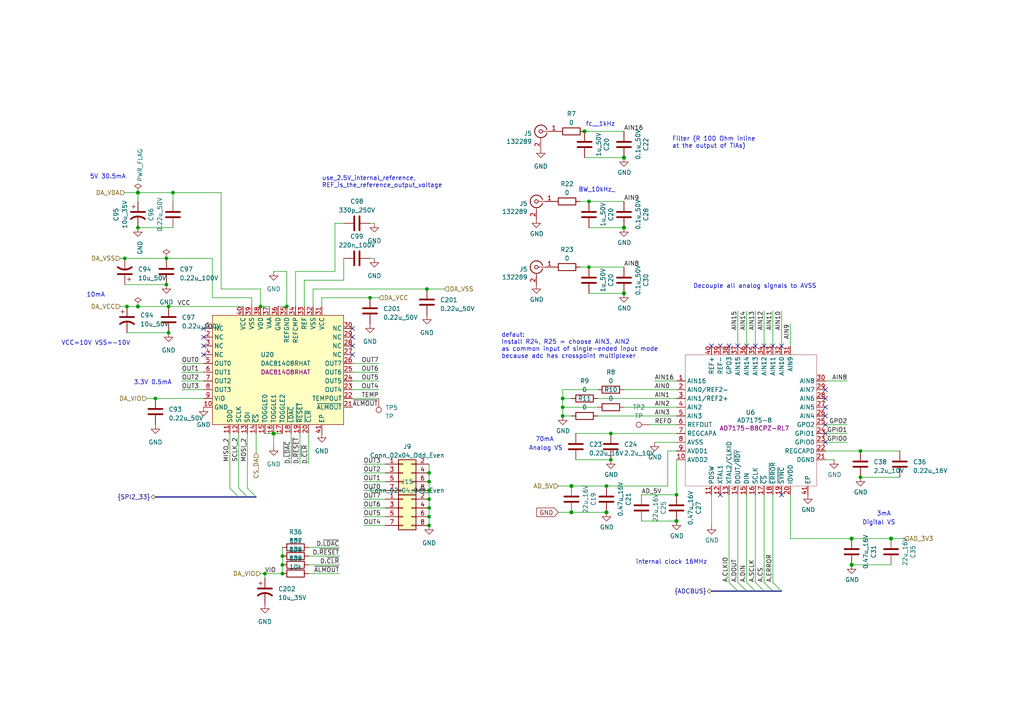
<source format=kicad_sch>
(kicad_sch (version 20230121) (generator eeschema)
  (paper "A4")
  (junction (at 36.83 88.9))
  (junction (at 75.565 88.9))
  (junction (at 258.445 156.21) (diameter 1.016))
  (junction (at 124.46 147.32))
  (junction (at 175.895 140.97))
  (junction (at 247.015 163.83) (diameter 1.016))
  (junction (at 165.735 148.59) (diameter 1.016))
  (junction (at 124.46 149.86))
  (junction (at 124.46 139.7))
  (junction (at 165.735 140.97) (diameter 1.016))
  (junction (at 45.085 115.57))
  (junction (at 196.215 151.13) (diameter 1.016))
  (junction (at 40.005 88.9) (diameter 1.016))
  (junction (at 177.165 133.35))
  (junction (at 76.835 166.37))
  (junction (at 180.975 85.09) (diameter 1.016))
  (junction (at 163.195 115.57))
  (junction (at 249.555 130.81))
  (junction (at 81.915 166.37))
  (junction (at 124.46 152.4))
  (junction (at 36.195 74.93))
  (junction (at 196.215 143.51))
  (junction (at 50.165 55.88))
  (junction (at 79.375 125.73) (diameter 1.016))
  (junction (at 249.555 138.43))
  (junction (at 124.46 137.16))
  (junction (at 180.975 45.72) (diameter 1.016))
  (junction (at 180.975 66.04) (diameter 1.016))
  (junction (at 81.915 163.83))
  (junction (at 48.26 74.93))
  (junction (at 48.26 82.55))
  (junction (at 48.895 96.52))
  (junction (at 170.815 58.42))
  (junction (at 175.895 148.59) (diameter 1.016))
  (junction (at 177.165 125.73))
  (junction (at 123.825 83.82))
  (junction (at 48.895 88.9))
  (junction (at 163.195 118.11))
  (junction (at 40.005 55.88) (diameter 1.016))
  (junction (at 169.545 38.1) (diameter 1.016))
  (junction (at 107.315 86.36))
  (junction (at 170.815 77.47))
  (junction (at 40.005 66.04))
  (junction (at 163.195 120.65))
  (junction (at 83.185 88.9))
  (junction (at 124.46 144.78))
  (junction (at 124.46 142.24))
  (junction (at 247.015 156.21) (diameter 1.016))
  (junction (at 81.915 161.29))
  (no_connect (at 226.695 143.51))
  (no_connect (at 102.235 95.25))
  (no_connect (at 226.695 100.33))
  (no_connect (at 211.455 100.33))
  (no_connect (at 206.375 100.33))
  (no_connect (at 102.235 102.87))
  (no_connect (at 239.395 118.11))
  (no_connect (at 239.395 125.73))
  (no_connect (at 59.055 100.33))
  (no_connect (at 221.615 100.33))
  (no_connect (at 59.055 102.87))
  (no_connect (at 239.395 113.03))
  (no_connect (at 219.075 100.33))
  (no_connect (at 208.915 143.51))
  (no_connect (at 216.535 100.33))
  (no_connect (at 102.235 100.33))
  (no_connect (at 208.915 100.33))
  (no_connect (at 224.155 100.33))
  (no_connect (at 239.395 115.57))
  (no_connect (at 59.055 95.25))
  (no_connect (at 239.395 128.27))
  (no_connect (at 239.395 123.19))
  (no_connect (at 102.235 97.79))
  (no_connect (at 213.995 100.33))
  (no_connect (at 59.055 97.79))
  (no_connect (at 239.395 120.65))
  (bus_entry (at 69.215 141.605) (size 2.54 2.54) (stroke (width 0.1524)))
  (bus_entry (at 224.155 168.91) (size 2.54 2.54) (stroke (width 0.1524)))
  (bus_entry (at 211.455 168.91) (size 2.54 2.54) (stroke (width 0.1524)))
  (bus_entry (at 216.535 168.91) (size 2.54 2.54) (stroke (width 0.1524)))
  (bus_entry (at 71.755 141.605) (size 2.54 2.54) (stroke (width 0.1524)))
  (bus_entry (at 66.675 141.605) (size 2.54 2.54) (stroke (width 0.1524)))
  (bus_entry (at 221.615 168.91) (size 2.54 2.54) (stroke (width 0.1524)))
  (bus_entry (at 213.995 168.91) (size 2.54 2.54) (stroke (width 0.1524)))
  (bus_entry (at 219.075 168.91) (size 2.54 2.54) (stroke (width 0.1524)))
  (wire (pts (xy 64.135 83.82) (xy 75.565 83.82)))
  (wire (pts (xy 79.375 125.73) (xy 79.375 129.54)))
  (wire (pts (xy 221.615 90.17) (xy 221.615 100.33)))
  (wire (pts (xy 169.545 45.72) (xy 180.975 45.72)))
  (wire (pts (xy 165.735 115.57) (xy 163.195 115.57)))
  (wire (pts (xy 189.865 128.27) (xy 196.215 128.27)))
  (wire (pts (xy 219.075 143.51) (xy 219.075 168.91)))
  (wire (pts (xy 239.395 125.73) (xy 245.745 125.73)))
  (wire (pts (xy 61.595 86.36) (xy 61.595 74.93)))
  (wire (pts (xy 229.235 93.98) (xy 229.235 100.33)))
  (wire (pts (xy 167.005 133.35) (xy 177.165 133.35)))
  (wire (pts (xy 36.195 74.93) (xy 48.26 74.93)))
  (wire (pts (xy 173.355 120.65) (xy 196.215 120.65)))
  (wire (pts (xy 186.055 151.13) (xy 196.215 151.13)))
  (wire (pts (xy 81.915 161.29) (xy 81.915 158.75)))
  (wire (pts (xy 221.615 143.51) (xy 221.615 168.91)))
  (wire (pts (xy 81.915 163.83) (xy 81.915 161.29)))
  (bus (pts (xy 216.535 171.45) (xy 219.075 171.45)))
  (wire (pts (xy 84.455 125.73) (xy 84.455 134.62)))
  (wire (pts (xy 239.395 110.49) (xy 245.745 110.49)))
  (wire (pts (xy 66.675 125.73) (xy 66.675 141.605)))
  (wire (pts (xy 249.555 138.43) (xy 260.985 138.43)))
  (wire (pts (xy 239.395 133.35) (xy 241.935 133.35)))
  (wire (pts (xy 175.895 140.97) (xy 193.675 140.97)))
  (wire (pts (xy 170.815 58.42) (xy 180.975 58.42)))
  (wire (pts (xy 93.345 86.36) (xy 107.315 86.36)))
  (wire (pts (xy 124.46 147.32) (xy 124.46 149.86)))
  (wire (pts (xy 88.265 81.28) (xy 99.695 81.28)))
  (wire (pts (xy 180.975 118.11) (xy 196.215 118.11)))
  (wire (pts (xy 36.195 55.88) (xy 40.005 55.88)))
  (wire (pts (xy 173.355 115.57) (xy 196.215 115.57)))
  (wire (pts (xy 211.455 143.51) (xy 211.455 168.91)))
  (wire (pts (xy 52.705 110.49) (xy 59.055 110.49)))
  (wire (pts (xy 105.41 134.62) (xy 111.76 134.62)))
  (wire (pts (xy 161.925 148.59) (xy 165.735 148.59)))
  (wire (pts (xy 69.215 125.73) (xy 69.215 141.605)))
  (wire (pts (xy 105.41 147.32) (xy 111.76 147.32)))
  (wire (pts (xy 173.355 118.11) (xy 163.195 118.11)))
  (wire (pts (xy 189.865 110.49) (xy 196.215 110.49)))
  (wire (pts (xy 168.275 58.42) (xy 170.815 58.42)))
  (wire (pts (xy 163.195 115.57) (xy 163.195 118.11)))
  (wire (pts (xy 124.46 144.78) (xy 124.46 147.32)))
  (wire (pts (xy 102.235 110.49) (xy 109.855 110.49)))
  (wire (pts (xy 239.395 123.19) (xy 245.745 123.19)))
  (wire (pts (xy 75.565 166.37) (xy 76.835 166.37)))
  (wire (pts (xy 86.995 125.73) (xy 86.995 134.62)))
  (wire (pts (xy 105.41 149.86) (xy 111.76 149.86)))
  (wire (pts (xy 226.695 90.17) (xy 226.695 100.33)))
  (wire (pts (xy 36.83 88.9) (xy 40.005 88.9)))
  (wire (pts (xy 90.805 83.82) (xy 90.805 88.9)))
  (wire (pts (xy 48.895 88.9) (xy 70.485 88.9)))
  (wire (pts (xy 102.235 107.95) (xy 109.855 107.95)))
  (wire (pts (xy 258.445 156.21) (xy 262.255 156.21)))
  (wire (pts (xy 193.675 140.97) (xy 193.675 130.81)))
  (wire (pts (xy 89.535 125.73) (xy 89.535 134.62)))
  (wire (pts (xy 229.235 143.51) (xy 229.235 156.21)))
  (wire (pts (xy 36.195 82.55) (xy 48.26 82.55)))
  (wire (pts (xy 45.085 115.57) (xy 59.055 115.57)))
  (wire (pts (xy 213.995 90.17) (xy 213.995 100.33)))
  (bus (pts (xy 69.215 144.145) (xy 71.755 144.145)))
  (wire (pts (xy 229.235 156.21) (xy 247.015 156.21)))
  (wire (pts (xy 124.46 149.86) (xy 124.46 152.4)))
  (wire (pts (xy 50.165 55.88) (xy 64.135 55.88)))
  (bus (pts (xy 219.075 171.45) (xy 221.615 171.45)))
  (wire (pts (xy 161.925 140.97) (xy 165.735 140.97)))
  (bus (pts (xy 224.155 171.45) (xy 226.695 171.45)))
  (wire (pts (xy 81.915 166.37) (xy 81.915 163.83)))
  (bus (pts (xy 213.995 171.45) (xy 216.535 171.45)))
  (wire (pts (xy 40.005 66.04) (xy 50.165 66.04)))
  (wire (pts (xy 74.295 125.73) (xy 74.295 131.445)))
  (wire (pts (xy 88.265 88.9) (xy 88.265 81.28)))
  (wire (pts (xy 97.155 64.77) (xy 99.695 64.77)))
  (wire (pts (xy 73.025 88.9) (xy 73.025 86.36)))
  (wire (pts (xy 168.275 77.47) (xy 170.815 77.47)))
  (bus (pts (xy 71.755 144.145) (xy 74.295 144.145)))
  (wire (pts (xy 165.735 140.97) (xy 175.895 140.97)))
  (wire (pts (xy 239.395 128.27) (xy 245.745 128.27)))
  (wire (pts (xy 97.155 78.74) (xy 97.155 64.77)))
  (bus (pts (xy 221.615 171.45) (xy 224.155 171.45)))
  (wire (pts (xy 102.235 115.57) (xy 109.855 115.57)))
  (wire (pts (xy 177.165 125.73) (xy 196.215 125.73)))
  (wire (pts (xy 124.46 139.7) (xy 124.46 142.24)))
  (wire (pts (xy 79.375 125.73) (xy 81.915 125.73)))
  (wire (pts (xy 124.46 137.16) (xy 124.46 139.7)))
  (wire (pts (xy 167.005 125.73) (xy 177.165 125.73)))
  (wire (pts (xy 216.535 90.17) (xy 216.535 100.33)))
  (wire (pts (xy 85.725 78.74) (xy 97.155 78.74)))
  (wire (pts (xy 52.705 105.41) (xy 59.055 105.41)))
  (wire (pts (xy 34.925 74.93) (xy 36.195 74.93)))
  (wire (pts (xy 216.535 143.51) (xy 216.535 168.91)))
  (wire (pts (xy 102.235 105.41) (xy 109.855 105.41)))
  (wire (pts (xy 169.545 38.1) (xy 180.975 38.1)))
  (wire (pts (xy 105.41 137.16) (xy 111.76 137.16)))
  (wire (pts (xy 170.815 85.09) (xy 180.975 85.09)))
  (wire (pts (xy 247.015 156.21) (xy 258.445 156.21)))
  (bus (pts (xy 45.085 144.145) (xy 69.215 144.145)))
  (wire (pts (xy 163.195 118.11) (xy 163.195 120.65)))
  (wire (pts (xy 180.975 113.03) (xy 196.215 113.03)))
  (wire (pts (xy 48.26 74.93) (xy 61.595 74.93)))
  (wire (pts (xy 36.83 96.52) (xy 48.895 96.52)))
  (wire (pts (xy 102.235 113.03) (xy 109.855 113.03)))
  (wire (pts (xy 170.815 77.47) (xy 180.975 77.47)))
  (wire (pts (xy 42.545 115.57) (xy 45.085 115.57)))
  (wire (pts (xy 170.815 66.04) (xy 180.975 66.04)))
  (wire (pts (xy 188.595 123.19) (xy 196.215 123.19)))
  (wire (pts (xy 89.535 161.29) (xy 98.425 161.29)))
  (wire (pts (xy 224.155 143.51) (xy 224.155 168.91)))
  (wire (pts (xy 52.705 113.03) (xy 59.055 113.03)))
  (wire (pts (xy 163.195 113.03) (xy 163.195 115.57)))
  (wire (pts (xy 193.675 130.81) (xy 196.215 130.81)))
  (wire (pts (xy 40.005 58.42) (xy 40.005 55.88)))
  (wire (pts (xy 123.825 83.82) (xy 90.805 83.82)))
  (wire (pts (xy 196.215 133.35) (xy 196.215 143.51)))
  (wire (pts (xy 165.735 148.59) (xy 175.895 148.59)))
  (wire (pts (xy 128.905 83.82) (xy 123.825 83.82)))
  (wire (pts (xy 247.015 163.83) (xy 258.445 163.83)))
  (wire (pts (xy 165.735 120.65) (xy 163.195 120.65)))
  (wire (pts (xy 173.355 113.03) (xy 163.195 113.03)))
  (wire (pts (xy 89.535 163.83) (xy 98.425 163.83)))
  (wire (pts (xy 80.645 88.9) (xy 83.185 88.9)))
  (wire (pts (xy 76.835 166.37) (xy 76.835 167.64)))
  (bus (pts (xy 206.375 171.45) (xy 213.995 171.45)))
  (wire (pts (xy 52.705 107.95) (xy 59.055 107.95)))
  (wire (pts (xy 99.695 81.28) (xy 99.695 74.93)))
  (wire (pts (xy 239.395 130.81) (xy 249.555 130.81)))
  (wire (pts (xy 124.46 134.62) (xy 124.46 137.16)))
  (wire (pts (xy 206.375 143.51) (xy 206.375 152.4)))
  (wire (pts (xy 76.835 166.37) (xy 81.915 166.37)))
  (wire (pts (xy 73.025 86.36) (xy 61.595 86.36)))
  (wire (pts (xy 50.165 55.88) (xy 50.165 58.42)))
  (wire (pts (xy 186.055 143.51) (xy 196.215 143.51)))
  (wire (pts (xy 40.005 55.88) (xy 50.165 55.88)))
  (wire (pts (xy 105.41 144.78) (xy 111.76 144.78)))
  (wire (pts (xy 105.41 142.24) (xy 111.76 142.24)))
  (wire (pts (xy 89.535 166.37) (xy 98.425 166.37)))
  (wire (pts (xy 224.155 90.17) (xy 224.155 100.33)))
  (wire (pts (xy 75.565 83.82) (xy 75.565 88.9)))
  (wire (pts (xy 48.895 88.9) (xy 40.005 88.9)))
  (wire (pts (xy 219.075 90.17) (xy 219.075 100.33)))
  (wire (pts (xy 75.565 88.9) (xy 78.105 88.9)))
  (wire (pts (xy 105.41 152.4) (xy 111.76 152.4)))
  (wire (pts (xy 108.585 64.77) (xy 107.315 64.77)))
  (wire (pts (xy 249.555 130.81) (xy 260.985 130.81)))
  (wire (pts (xy 64.135 55.88) (xy 64.135 83.82)))
  (wire (pts (xy 93.345 86.36) (xy 93.345 88.9)))
  (wire (pts (xy 83.185 78.74) (xy 83.185 88.9)))
  (wire (pts (xy 109.855 86.36) (xy 107.315 86.36)))
  (wire (pts (xy 76.835 125.73) (xy 79.375 125.73)))
  (wire (pts (xy 213.995 143.51) (xy 213.995 168.91)))
  (wire (pts (xy 108.585 74.93) (xy 107.315 74.93)))
  (wire (pts (xy 34.925 88.9) (xy 36.83 88.9)))
  (wire (pts (xy 124.46 142.24) (xy 124.46 144.78)))
  (wire (pts (xy 71.755 125.73) (xy 71.755 141.605)))
  (wire (pts (xy 85.725 78.74) (xy 85.725 88.9)))
  (wire (pts (xy 105.41 139.7) (xy 111.76 139.7)))
  (wire (pts (xy 89.535 158.75) (xy 98.425 158.75)))
  (wire (pts (xy 79.375 78.74) (xy 83.185 78.74)))
  (text "3mA" (at 258.445 149.86 0) (effects (font (size 1.27 1.27)) (justify right bottom)))
  (text "internal clock 16MHz" (at 205.105 163.83 0) (effects (font (size 1.27 1.27)) (justify right bottom)))
  (text "3.3V 0.5mA" (at 38.735 111.76 0) (effects (font (size 1.27 1.27)) (justify left bottom)))
  (text "VCC=10V VSS=-10V" (at 17.78 100.33 0) (effects (font (size 1.27 1.27)) (justify left bottom)))
  (text "Analog VS" (at 163.195 130.81 0) (effects (font (size 1.27 1.27)) (justify right bottom)))
  (text "10mA" (at 30.48 86.36 0) (effects (font (size 1.27 1.27)) (justify right bottom)))
  (text "fc__1kHz" (at 178.435 36.83 0) (effects (font (size 1.27 1.27)) (justify right bottom)))
  (text "70mA" (at 160.655 128.27 0) (effects (font (size 1.27 1.27)) (justify right bottom)))
  (text "use_2.5V_internal_reference,\nREF_is_the_reference_output_voltage" (at 93.345 54.61 0) (effects (font (size 1.27 1.27)) (justify left bottom)))
  (text "Filter (R 100 Ohm inline \nat the output of TIAs)" (at 194.945 43.18 0) (effects (font (size 1.27 1.27)) (justify left bottom)))
  (text "Digital VS" (at 259.715 152.4 0) (effects (font (size 1.27 1.27)) (justify right bottom)))
  (text "5V 30.5mA" (at 26.035 52.07 0) (effects (font (size 1.27 1.27)) (justify left bottom)))
  (text "BW_10kHz_" (at 178.435 55.88 0) (effects (font (size 1.27 1.27)) (justify right bottom)))
  (text "defaut:\nInstall R24, R25 = choose AIN3, AIN2 \nas common input of single-ended input mode\nbecause adc has crosspoint multiplexer" (at 145.415 104.14 0) (effects (font (size 1.27 1.27)) (justify left bottom)))
  (text "Decouple all analog signals to AVSS" (at 236.855 83.82 0) (effects (font (size 1.27 1.27)) (justify right bottom)))
  (label "OUT4" (at 109.855 113.03 180))
  (label "~{ALMOUT}" (at 98.425 166.37 180))
  (label "AIN13" (at 219.075 90.17 270))
  (label "OUT3" (at 105.41 134.62 0))
  (label "OUT6" (at 105.41 147.32 0))
  (label "AIN8" (at 180.975 77.47 0))
  (label "OUT0" (at 52.705 105.41 0))
  (label "OUT0" (at 105.41 142.24 0))
  (label "AIN11" (at 224.155 90.17 270))
  (label "~{ALMOUT}" (at 102.235 118.11 0))
  (label "A.CLKIO" (at 211.455 168.91 90))
  (label "AIN16" (at 189.865 110.49 0))
  (label "OUT7" (at 109.855 105.41 180))
  (label "OUT1" (at 52.705 107.95 0))
  (label "A.DIN" (at 216.535 168.91 90))
  (label "AIN9" (at 180.975 58.42 0))
  (label "D.~{RESET}" (at 98.425 161.29 180))
  (label "VCC" (at 51.435 88.9 0))
  (label "A.DOUT" (at 213.995 168.91 90))
  (label "AIN9" (at 229.235 93.98 270))
  (label "D.~{LDAC}" (at 84.455 134.62 90))
  (label "AIN14" (at 216.535 90.17 270))
  (label "AIN3" (at 189.865 120.65 0))
  (label "AIN16" (at 180.975 38.1 0))
  (label "A.ERROR" (at 224.155 168.91 90))
  (label "AIN2" (at 189.865 118.11 0))
  (label "A.SCLK" (at 219.075 168.91 90))
  (label "OUT5" (at 105.41 149.86 0))
  (label "OUT1" (at 105.41 139.7 0))
  (label "OUT2" (at 52.705 110.49 0))
  (label "AIN0" (at 189.865 113.03 0))
  (label "OUT2" (at 105.41 137.16 0))
  (label "GPIO1" (at 245.745 125.73 180))
  (label "AIN12" (at 221.615 90.17 270))
  (label "AIN15" (at 213.995 90.17 270))
  (label "D.~{LDAC}" (at 98.425 158.75 180))
  (label "GPIO0" (at 245.745 128.27 180))
  (label "AIN8" (at 245.745 110.49 180))
  (label "VIO" (at 76.835 166.37 0))
  (label "OUT3" (at 52.705 113.03 0))
  (label "OUT7" (at 105.41 144.78 0))
  (label "REFO" (at 189.865 123.19 0))
  (label "A.CS" (at 221.615 168.91 90))
  (label "D.~{CLR}" (at 89.535 134.62 90))
  (label "OUT4" (at 105.41 152.4 0))
  (label "D.~{RESET}" (at 86.995 134.62 90))
  (label "AIN1" (at 189.865 115.57 0))
  (label "MOSI_2" (at 71.755 133.985 90))
  (label "AD_5V" (at 186.055 143.51 0))
  (label "TEMP" (at 109.855 115.57 180))
  (label "SCLK_2" (at 69.215 133.985 90))
  (label "OUT5" (at 109.855 110.49 180))
  (label "GPO2" (at 245.745 123.19 180))
  (label "MISO_2" (at 66.675 133.985 90))
  (label "D.~{CLR}" (at 98.425 163.83 180))
  (label "OUT6" (at 109.855 107.95 180))
  (label "AIN10" (at 226.695 90.17 270))
  (global_label "GND" (shape input) (at 161.925 148.59 180) (property "Intersheetrefs" "${INTERSHEET_REFS}" (effects hide)))
  (hierarchical_label "DA_VIO" (shape input) (at 42.545 115.57 180))
  (hierarchical_label "{ADCBUS}" (shape bidirectional) (at 206.375 171.45 180))
  (hierarchical_label "DA_VCC" (shape input) (at 34.925 88.9 180))
  (hierarchical_label "DA_VSS" (shape input) (at 34.925 74.93 180))
  (hierarchical_label "DA_VDA" (shape input) (at 36.195 55.88 180))
  (hierarchical_label "DA_VIO" (shape input) (at 75.565 166.37 180))
  (hierarchical_label "DA_VCC" (shape input) (at 109.855 86.36 0))
  (hierarchical_label "DA_VSS" (shape input) (at 128.905 83.82 0))
  (hierarchical_label "CS_DA" (shape input) (at 74.295 131.445 270))
  (hierarchical_label "{SPI2_33}" (shape bidirectional) (at 45.085 144.145 180))
  (hierarchical_label "AD_5V" (shape input) (at 161.925 140.97 180))
  (hierarchical_label "AD_3V3" (shape input) (at 262.255 156.21 0))
  (symbol (lib_id "Device:C") (at 196.215 147.32 0) (unit 1)
    (property "Reference" "C27" (at 202.5842 147.32 90))
    (property "Value" "0.47u_16V" (at 200.2855 147.32 90))
    (property "Footprint" "Capacitor_SMD:C_0603_1608Metric" (effects hide))
    (property "Datasheet" "https://www.mouser.fr/ProductDetail/Taiyo-Yuden/EMK107B7474KA-T?qs=I6KAKw0tg2zW9SPla50%2Fpg%3D%3D" (effects hide))
    (property "Part" "EMK107B7474KA-T" (effects hide))
    (property "Description" " Multilayer Ceramic Capacitors MLCC - SMD/SMT 0603 16VDC 0.47uF 10% X7R" (effects hide))
    (property "Dis" "Mouser" (effects hide))
    (property "Man" "Taiyo Yuden " (effects hide))
    (property "Unitprice" "0.103" (effects hide))
    (instances (project "Bread" (path "" (reference "C27") (unit 1))) (project "adc" (path "" (reference "C27") (unit 1))) (project "Bread70" (path "" (reference "C145") (unit 1))))
  )
  (symbol (lib_id "Device:C_Polarized_US") (at 36.195 78.74 180) (unit 1)
    (property "Reference" "C94" (at 40.005 78.1049 0) (effects (justify right)))
    (property "Value" "10u_50V" (at 40.005 80.6449 0) (effects (justify right)))
    (property "Footprint" "Capacitor_Tantalum_SMD:CP_EIA-7343-20_Kemet-V_Pad2.25x2.55mm_HandSolder" (effects hide))
    (property "Datasheet" "https://www.mouser.fr/ProductDetail/KYOCERA-AVX/TCJE106M050R0070E?qs=d0WKAl%252BL4KYlkudxNdBXtg%3D%3D" (effects hide))
    (property "Part" "TCJE106M050R0070E " (effects hide))
    (property "Description" " Tantalum Capacitors - Polymer 50V 10uF 2917 20% ESR=70mOhms" (effects hide))
    (property "Dis" "Mouser" (effects hide))
    (property "Man" " KYOCERA AVX" (effects hide))
    (property "Unitprice" "3.29" (effects hide))
    (instances (project "DACs_Eval" (path "" (reference "C94") (unit 1))) (project "Bread" (path "" (reference "C37") (unit 1))) (project "dac" (path "" (reference "C?") (unit 1))) (project "DAC81408" (path "" (reference "C92") (unit 1))) (project "Bread70" (path "" (reference "C126") (unit 1))))
  )
  (symbol (lib_id "power:GND") (at 249.555 138.43 0) (unit 1)
    (property "Reference" "#PWR043" (effects hide))
    (property "Value" "GND" (at 249.6693 142.7544 0))
    (instances (project "Bread" (path "" (reference "#PWR043") (unit 1))) (project "adc" (path "" (reference "#PWR052") (unit 1))) (project "Bread70" (path "" (reference "#PWR092") (unit 1))))
  )
  (symbol (lib_id "Device:C_Polarized_US") (at 40.005 62.23 0) (unit 1)
    (property "Reference" "C95" (at 33.655 62.23 90))
    (property "Value" "10u_35V" (at 36.195 62.23 90))
    (property "Footprint" "Capacitor_Tantalum_SMD:CP_EIA-7343-20_Kemet-V_Pad2.25x2.55mm_HandSolder" (effects hide))
    (property "Datasheet" "https://www.mouser.fr/ProductDetail/KYOCERA-AVX/TCJY106M035R0070?qs=bJSoPGA5nOYDtjAlk8bK6Q%3D%3D" (effects hide))
    (property "Part" "TCJY106M035R0070" (effects hide))
    (property "Description" " Tantalum Capacitors - Polymer 35V 10uF 2917 20% ESR=70mOhms" (effects hide))
    (property "Dis" "Mouser" (effects hide))
    (property "Man" " KYOCERA AVX" (effects hide))
    (property "Unitprice" "2.11" (effects hide))
    (instances (project "DACs_Eval" (path "" (reference "C95") (unit 1))) (project "Bread" (path "" (reference "C39") (unit 1))) (project "dac" (path "" (reference "C?") (unit 1))) (project "DAC81408" (path "" (reference "C93") (unit 1))) (project "Bread70" (path "" (reference "C125") (unit 1))))
  )
  (symbol (lib_id "power:GND") (at 48.895 96.52 0) (unit 1)
    (property "Reference" "#PWR0134" (effects hide))
    (property "Value" "GND" (at 48.895 101.6 0))
    (instances (project "DACs_Eval" (path "" (reference "#PWR0134") (unit 1))) (project "Bread" (path "" (reference "#PWR056") (unit 1))) (project "dac" (path "" (reference "#PWR?") (unit 1))) (project "DAC81408" (path "" (reference "#PWR056") (unit 1))) (project "Bread70" (path "" (reference "#PWR0228") (unit 1))))
  )
  (symbol (lib_id "head-rescue:Conn_Coaxial-Connector") (at 155.575 77.47 0) (mirror y) (unit 1)
    (property "Reference" "J5" (at 153.035 78.105 0) (effects (justify left)))
    (property "Value" "132289" (at 153.035 80.4164 0) (effects (justify left)))
    (property "Footprint" "Connector_Coaxial:SMA_Amphenol_132289_EdgeMount" (effects hide))
    (property "Datasheet" "https://www.mouser.fr/ProductDetail/Amphenol-RF/132289?qs=nhkRCwpTkeb9ti20UXE5Cg%3D%3D" (effects hide))
    (property "Part" "132289" (effects hide))
    (property "Unitprice" "6,80" (effects hide))
    (property "Description" "RF Connectors / Coaxial Connectors SMA END LAUNCH PCB MNT JACK .062 GOLD " (effects hide))
    (property "Man" "Amphenol RF" (effects hide))
    (property "Dis" "Mouser" (effects hide))
    (instances (project "Bread" (path "" (reference "J5") (unit 1))) (project "dac" (path "" (reference "J5") (unit 1))) (project "Bread70" (path "" (reference "J13") (unit 1)) (path "" (reference "J17") (unit 1))))
  )
  (symbol (lib_id "power:GND") (at 155.575 63.5 0) (unit 1)
    (property "Reference" "#PWR02" (effects hide))
    (property "Value" "GND" (at 155.6893 67.8244 0))
    (instances (project "Bread" (path "" (reference "#PWR02") (unit 1))) (project "adc" (path "" (reference "#PWR040") (unit 1))) (project "Bread70" (path "" (reference "#PWR077") (unit 1))))
  )
  (symbol (lib_id "Device:C") (at 249.555 134.62 180) (unit 1)
    (property "Reference" "C38" (at 253.365 133.985 0) (effects (justify right)))
    (property "Value" "2.2u_10V" (at 253.365 136.525 0) (effects (justify right)))
    (property "Footprint" "Capacitor_SMD:C_0603_1608Metric" (effects hide))
    (property "Datasheet" "https://www.mouser.fr/ProductDetail/Taiyo-Yuden/LMK107B7225KA-T?qs=PzICbMaShUd019nreTQ4UQ%3D%3D" (effects hide))
    (property "Part" "LMK107B7225KA-T" (effects hide))
    (property "Dis" "Mouser" (effects hide))
    (property "Man" "Taiyo Yuden " (effects hide))
    (property "Description" " Multilayer Ceramic Capacitors MLCC - SMD/SMT 0603 10VDC 2.2uF 10% X7R" (effects hide))
    (property "Unitprice" "0.122" (effects hide))
    (instances (project "Bread" (path "" (reference "C38") (unit 1))) (project "adc" (path "" (reference "C36") (unit 1))) (project "Bread70" (path "" (reference "C147") (unit 1))))
  )
  (symbol (lib_id "Device:C") (at 180.975 41.91 0) (unit 1)
    (property "Reference" "C22" (at 187.3442 41.91 90))
    (property "Value" "0.1u_50V" (at 185.0455 41.91 90))
    (property "Footprint" "Capacitor_SMD:C_0805_2012Metric" (effects hide))
    (property "Datasheet" "https://www.mouser.fr/ProductDetail/Taiyo-Yuden/UMF212B7104KGHT?qs=%252B6g0mu59x7IBG6XLksvmfw%3D%3D" (effects hide))
    (property "Part" "UMF212B7104KGHT " (effects hide))
    (property "Dis" "Mouser" (effects hide))
    (property "Man" "Taiyo Yuden " (effects hide))
    (property "Description" " Multilayer Ceramic Capacitors MLCC - SMD/SMT 0805 50VDC 0.1uF 10% X7R AEC-Q200" (effects hide))
    (property "Unitprice" "0.226" (effects hide))
    (instances (project "Bread" (path "" (reference "C22") (unit 1))) (project "adc" (path "" (reference "C20") (unit 1))) (project "Bread70" (path "" (reference "C141") (unit 1))))
  )
  (symbol (lib_id "power:GND") (at 180.975 45.72 0) (unit 1)
    (property "Reference" "#PWR041" (effects hide))
    (property "Value" "GND" (at 181.0893 50.0444 0))
    (instances (project "Bread" (path "" (reference "#PWR041") (unit 1))) (project "adc" (path "" (reference "#PWR040") (unit 1))) (project "Bread70" (path "" (reference "#PWR083") (unit 1))))
  )
  (symbol (lib_id "head-rescue:Conn_Coaxial-Connector") (at 155.575 58.42 0) (mirror y) (unit 1)
    (property "Reference" "J5" (at 153.035 59.055 0) (effects (justify left)))
    (property "Value" "132289" (at 153.035 61.3664 0) (effects (justify left)))
    (property "Footprint" "Connector_Coaxial:SMA_Amphenol_132289_EdgeMount" (effects hide))
    (property "Datasheet" "https://www.mouser.fr/ProductDetail/Amphenol-RF/132289?qs=nhkRCwpTkeb9ti20UXE5Cg%3D%3D" (effects hide))
    (property "Part" "132289" (effects hide))
    (property "Unitprice" "6,80" (effects hide))
    (property "Description" "RF Connectors / Coaxial Connectors SMA END LAUNCH PCB MNT JACK .062 GOLD " (effects hide))
    (property "Man" "Amphenol RF" (effects hide))
    (property "Dis" "Mouser" (effects hide))
    (instances (project "Bread" (path "" (reference "J5") (unit 1))) (project "dac" (path "" (reference "J5") (unit 1))) (project "Bread70" (path "" (reference "J13") (unit 1)) (path "" (reference "J16") (unit 1))))
  )
  (symbol (lib_id "Device:R") (at 85.725 163.83 90) (unit 1)
    (property "Reference" "R38" (at 85.725 159.385 90))
    (property "Value" "10k" (at 85.725 161.925 90))
    (property "Footprint" "Resistor_SMD:R_0402_1005Metric" (effects hide))
    (property "Datasheet" "https://www.mouser.fr/ProductDetail/Vishay-Dale/CRCW040210K0FKEDC?qs=E3Y5ESvWgWPiNLcGzwCGPg%3D%3D" (effects hide))
    (property "Part" "CRCW040210K0FKEDC " (effects hide))
    (property "Dis" "Mouser" (effects hide))
    (property "Description" " Thick Film Resistors - SMD 1/16watt 10Kohms 1% Commercial Use" (effects hide))
    (property "Man" " Vishay / Dale" (effects hide))
    (property "Unitprice" "0.094" (effects hide))
    (instances (project "DACs_Eval" (path "" (reference "R38") (unit 1))) (project "Bread" (path "" (reference "R20") (unit 1))) (project "DAC81408" (path "" (reference "R38") (unit 1))) (project "Bread70" (path "" (reference "R44") (unit 1))))
  )
  (symbol (lib_id "power:PWR_FLAG") (at 48.26 74.93 0) (unit 1)
    (property "Reference" "#FLG014" (effects hide))
    (property "Value" "PWR_FLAG" (effects hide))
    (instances (project "DACs_Eval" (path "" (reference "#FLG014") (unit 1))) (project "Bread" (path "" (reference "#FLG09") (unit 1))) (project "dac" (path "" (reference "#FLG?") (unit 1))) (project "DAC81408" (path "" (reference "#FLG014") (unit 1))) (project "Bread70" (path "" (reference "#FLG016") (unit 1))))
  )
  (symbol (lib_id "Device:C") (at 169.545 41.91 0) (unit 1)
    (property "Reference" "C20" (at 175.9142 41.91 90))
    (property "Value" "1u_50V" (at 173.6155 41.91 90))
    (property "Footprint" "Capacitor_SMD:C_0805_2012Metric" (effects hide))
    (property "Datasheet" "https://www.mouser.fr/ProductDetail/Taiyo-Yuden/UMF212B7105KGHT?qs=%252B6g0mu59x7KoF6NN%2FES6FQ%3D%3D" (effects hide))
    (property "Part" "UMF212B7105KGHT " (effects hide))
    (property "Dis" "Mouser" (effects hide))
    (property "Man" "Taiyo Yuden " (effects hide))
    (property "Description" " Multilayer Ceramic Capacitors MLCC - SMD/SMT 0805 50VDC 1uF 10% X7R AEC-Q200" (effects hide))
    (property "Unitprice" "0.263" (effects hide))
    (instances (project "Bread" (path "" (reference "C20") (unit 1))) (project "adc" (path "" (reference "C19") (unit 1))) (project "Bread70" (path "" (reference "C136") (unit 1))))
  )
  (symbol (lib_id "Device:R") (at 85.725 158.75 90) (unit 1)
    (property "Reference" "R36" (at 85.725 154.305 90))
    (property "Value" "10k" (at 85.725 156.845 90))
    (property "Footprint" "Resistor_SMD:R_0402_1005Metric" (effects hide))
    (property "Datasheet" "https://www.mouser.fr/ProductDetail/Vishay-Dale/CRCW040210K0FKEDC?qs=E3Y5ESvWgWPiNLcGzwCGPg%3D%3D" (effects hide))
    (property "Part" "CRCW040210K0FKEDC " (effects hide))
    (property "Dis" "Mouser" (effects hide))
    (property "Description" " Thick Film Resistors - SMD 1/16watt 10Kohms 1% Commercial Use" (effects hide))
    (property "Man" " Vishay / Dale" (effects hide))
    (property "Unitprice" "0.094" (effects hide))
    (instances (project "DACs_Eval" (path "" (reference "R36") (unit 1))) (project "Bread" (path "" (reference "R18") (unit 1))) (project "DAC81408" (path "" (reference "R36") (unit 1))) (project "Bread70" (path "" (reference "R42") (unit 1))))
  )
  (symbol (lib_id "VQ_Lib:AD7175-8") (at 217.805 121.92 0) (unit 1)
    (property "Reference" "U6" (at 216.2811 119.6213 0) (effects (justify left)))
    (property "Value" "AD7175-8" (at 213.7411 121.92 0) (effects (justify left)))
    (property "Footprint" "VQ_footprints:LFCSP_WQ_40_6 mm × 6 mm_P0.5mm_EP3.9x3.9mm" (effects hide))
    (property "Datasheet" "https://www.mouser.fr/ProductDetail/Analog-Devices/AD7175-8BCPZ-RL7?qs=JeIcUl65ClCxXjl02vXI6Q%3D%3D" (effects hide))
    (property "Part" "AD7175-8BCPZ-RL7" (at 208.6611 124.2187 0) (effects (justify left)))
    (property "Man" " Analog-Devices" (effects hide))
    (property "Description" " Analog to Digital Converters - ADC 250ksps 8 input Sigma Delta ADC " (effects hide))
    (property "Dis" " Mouser" (effects hide))
    (property "Unitprice" "30.49" (effects hide))
    (instances (project "Bread" (path "" (reference "U6") (unit 1))) (project "adc" (path "" (reference "U6") (unit 1))) (project "Bread70" (path "" (reference "U9") (unit 1))))
  )
  (symbol (lib_id "power:GND") (at 196.215 151.13 0) (unit 1)
    (property "Reference" "#PWR046" (effects hide))
    (property "Value" "GND" (at 196.3293 155.4544 0))
    (instances (project "Bread" (path "" (reference "#PWR046") (unit 1))) (project "adc" (path "" (reference "#PWR043") (unit 1))) (project "Bread70" (path "" (reference "#PWR087") (unit 1))))
  )
  (symbol (lib_id "Device:C_Polarized_US") (at 76.835 171.45 0) (unit 1)
    (property "Reference" "C202" (at 80.645 170.8149 0) (effects (justify left)))
    (property "Value" "10u_35V" (at 80.645 173.3549 0) (effects (justify left)))
    (property "Footprint" "Capacitor_Tantalum_SMD:CP_EIA-7343-20_Kemet-V_Pad2.25x2.55mm_HandSolder" (effects hide))
    (property "Datasheet" "https://www.mouser.fr/ProductDetail/KYOCERA-AVX/TCJY106M035R0070?qs=bJSoPGA5nOYDtjAlk8bK6Q%3D%3D" (effects hide))
    (property "Part" "TCJY106M035R0070" (effects hide))
    (property "Description" " Tantalum Capacitors - Polymer 35V 10uF 2917 20% ESR=70mOhms" (effects hide))
    (property "Dis" "Mouser" (effects hide))
    (property "Man" " KYOCERA AVX" (effects hide))
    (property "Unitprice" "2.11" (effects hide))
    (instances (project "DACs_Eval" (path "" (reference "C202") (unit 1))) (project "Bread" (path "" (reference "C45") (unit 1))) (project "dac" (path "" (reference "C?") (unit 1))) (project "DAC81408" (path "" (reference "C99") (unit 1))) (project "Bread70" (path "" (reference "C130") (unit 1))))
  )
  (symbol (lib_id "power:GND") (at 107.315 93.98 0) (unit 1)
    (property "Reference" "#PWR0134" (effects hide))
    (property "Value" "GND" (at 107.315 99.06 0))
    (instances (project "DACs_Eval" (path "" (reference "#PWR0134") (unit 1))) (project "Bread" (path "" (reference "#PWR056") (unit 1))) (project "dac" (path "" (reference "#PWR?") (unit 1))) (project "DAC81408" (path "" (reference "#PWR056") (unit 1))) (project "Bread70" (path "" (reference "#PWR073") (unit 1))))
  )
  (symbol (lib_id "Device:C") (at 50.165 62.23 0) (unit 1)
    (property "Reference" "C96" (at 43.815 62.23 90))
    (property "Value" "0.22u_50V" (at 46.355 62.23 90))
    (property "Footprint" "Capacitor_SMD:C_0805_2012Metric" (effects hide))
    (property "Datasheet" "https://www.mouser.fr/ProductDetail/Taiyo-Yuden/UMF212B7224KGHT?qs=%252B6g0mu59x7KVEovOtbXEzw%3D%3D" (effects hide))
    (property "Part" "UMF212B7224KGHT " (effects hide))
    (property "Description" " Multilayer Ceramic Capacitors MLCC - SMD/SMT 0805 50VDC 0.22uF 10% X7R AEC-Q200" (effects hide))
    (property "Dis" "Mouser" (effects hide))
    (property "Man" "Taiyo Yuden " (effects hide))
    (property "Unitprice" "0.226" (effects hide))
    (instances (project "DACs_Eval" (path "" (reference "C96") (unit 1))) (project "Bread" (path "" (reference "C40") (unit 1))) (project "dac" (path "" (reference "C?") (unit 1))) (project "DAC81408" (path "" (reference "C94") (unit 1))) (project "Bread70" (path "" (reference "C128") (unit 1))))
  )
  (symbol (lib_name "GND_1") (lib_id "power:GND") (at 156.845 43.18 0) (unit 1)
    (property "Reference" "#PWR030" (effects hide))
    (property "Value" "GND" (at 156.845 48.26 0))
    (instances (project "Bread" (path "" (reference "#PWR030") (unit 1))) (project "Bread70" (path "" (reference "#PWR079") (unit 1))))
  )
  (symbol (lib_id "Device:C") (at 103.505 74.93 270) (unit 1)
    (property "Reference" "C99" (at 103.505 68.58 90))
    (property "Value" "220n_100V" (at 103.505 71.12 90))
    (property "Footprint" "Capacitor_SMD:C_0603_1608Metric" (effects hide))
    (property "Datasheet" "https://www.mouser.fr/ProductDetail/Taiyo-Yuden/HMK107C7224KAHTE?qs=VWNNG7jHlrKdSvXhIn%252BDVA%3D%3D" (effects hide))
    (property "Part" "HMK107C7224KAHTE " (effects hide))
    (property "Description" " Multilayer Ceramic Capacitors MLCC - SMD/SMT 0603 100VDC 0.22uFA 10% MID HI AEC-Q200" (effects hide))
    (property "Dis" "Mouser" (effects hide))
    (property "Man" "Taiyo Yuden " (effects hide))
    (property "Unitprice" "0.197" (effects hide))
    (instances (project "DACs_Eval" (path "" (reference "C99") (unit 1))) (project "Bread" (path "" (reference "C43") (unit 1))) (project "dac" (path "" (reference "C?") (unit 1))) (project "DAC81408" (path "" (reference "C97") (unit 1))) (project "Bread70" (path "" (reference "C132") (unit 1))))
  )
  (symbol (lib_id "power:GND") (at 155.575 82.55 0) (unit 1)
    (property "Reference" "#PWR040" (effects hide))
    (property "Value" "GND" (at 155.6893 86.8744 0))
    (instances (project "Bread" (path "" (reference "#PWR040") (unit 1))) (project "adc" (path "" (reference "#PWR040") (unit 1))) (project "Bread70" (path "" (reference "#PWR078") (unit 1))))
  )
  (symbol (lib_id "Device:C") (at 123.825 87.63 0) (unit 1)
    (property "Reference" "C201" (at 127.635 86.995 0) (effects (justify left)))
    (property "Value" "0.22u_50V" (at 127.635 89.535 0) (effects (justify left)))
    (property "Footprint" "Capacitor_SMD:C_0805_2012Metric" (effects hide))
    (property "Datasheet" "https://www.mouser.fr/ProductDetail/Taiyo-Yuden/UMF212B7224KGHT?qs=%252B6g0mu59x7KVEovOtbXEzw%3D%3D" (effects hide))
    (property "Part" "UMF212B7224KGHT " (effects hide))
    (property "Description" " Multilayer Ceramic Capacitors MLCC - SMD/SMT 0805 50VDC 0.22uF 10% X7R AEC-Q200" (effects hide))
    (property "Dis" "Mouser" (effects hide))
    (property "Man" "Taiyo Yuden " (effects hide))
    (property "Unitprice" "0.226" (effects hide))
    (instances (project "DACs_Eval" (path "" (reference "C201") (unit 1))) (project "Bread" (path "" (reference "C44") (unit 1))) (project "dac" (path "" (reference "C?") (unit 1))) (project "DAC81408" (path "" (reference "C98") (unit 1))) (project "Bread70" (path "" (reference "C279") (unit 1))))
  )
  (symbol (lib_name "Device:R_1") (lib_id "Device:R") (at 164.465 58.42 270) (unit 1)
    (property "Reference" "R22" (at 164.465 53.34 90))
    (property "Value" "0" (at 164.465 55.88 90))
    (property "Footprint" "Resistor_SMD:R_0603_1608Metric" (effects hide))
    (property "Datasheet" "https://www.mouser.fr/ProductDetail/YAGEO/AC0603FR-070RL?qs=UoPT7wUmgYIHE8YhvUntLg%3D%3D" (effects hide))
    (property "Part" "AC0603FR-070RL" (effects hide))
    (property "Dis" "Mouser" (effects hide))
    (property "Description" "Thick Film Resistors - SMD 0 Ohms 100m W 0603% 1% AEC-Q200 Standard Power Version " (effects hide))
    (property "Man" "YAGEO " (effects hide))
    (property "Unitprice" "0.094" (effects hide))
    (instances (project "Bread" (path "" (reference "R22") (unit 1))) (project "adc" (path "" (reference "R8") (unit 1))) (project "Bread70" (path "" (reference "R46") (unit 1))))
  )
  (symbol (lib_id "power:PWR_FLAG") (at 40.005 55.88 0) (unit 1)
    (property "Reference" "#FLG013" (effects hide))
    (property "Value" "PWR_FLAG" (at 40.64 52.705 90) (effects (justify left)))
    (instances (project "DACs_Eval" (path "" (reference "#FLG013") (unit 1))) (project "Bread" (path "" (reference "#FLG011") (unit 1))) (project "dac" (path "" (reference "#FLG?") (unit 1))) (project "DAC81408" (path "" (reference "#FLG013") (unit 1))) (project "Bread70" (path "" (reference "#FLG015") (unit 1))))
  )
  (symbol (lib_id "power:GND") (at 163.195 120.65 0) (unit 1)
    (property "Reference" "#PWR045" (effects hide))
    (property "Value" "GND" (at 163.3093 124.9744 0))
    (instances (project "Bread" (path "" (reference "#PWR045") (unit 1))) (project "adc" (path "" (reference "#PWR041") (unit 1))) (project "Bread70" (path "" (reference "#PWR080") (unit 1))))
  )
  (symbol (lib_id "Device:C") (at 175.895 144.78 0) (unit 1)
    (property "Reference" "C21" (at 182.2642 144.78 90))
    (property "Value" "0.47u_16V" (at 179.9655 144.78 90))
    (property "Footprint" "Capacitor_SMD:C_0603_1608Metric" (effects hide))
    (property "Datasheet" "https://www.mouser.fr/ProductDetail/Taiyo-Yuden/EMK107B7474KA-T?qs=I6KAKw0tg2zW9SPla50%2Fpg%3D%3D" (effects hide))
    (property "Part" "EMK107B7474KA-T" (effects hide))
    (property "Description" " Multilayer Ceramic Capacitors MLCC - SMD/SMT 0603 16VDC 0.47uF 10% X7R" (effects hide))
    (property "Dis" "Mouser" (effects hide))
    (property "Man" "Taiyo Yuden " (effects hide))
    (property "Unitprice" "0.103" (effects hide))
    (instances (project "Bread" (path "" (reference "C21") (unit 1))) (project "adc" (path "" (reference "C22") (unit 1))) (project "Bread70" (path "" (reference "C139") (unit 1))))
  )
  (symbol (lib_id "Device:C") (at 170.815 62.23 0) (unit 1)
    (property "Reference" "C20" (at 177.1842 62.23 90))
    (property "Value" "1u_50V" (at 174.8855 62.23 90))
    (property "Footprint" "Capacitor_SMD:C_0805_2012Metric" (effects hide))
    (property "Datasheet" "https://www.mouser.fr/ProductDetail/Taiyo-Yuden/UMF212B7105KGHT?qs=%252B6g0mu59x7KoF6NN%2FES6FQ%3D%3D" (effects hide))
    (property "Part" "UMF212B7105KGHT " (effects hide))
    (property "Dis" "Mouser" (effects hide))
    (property "Man" "Taiyo Yuden " (effects hide))
    (property "Description" " Multilayer Ceramic Capacitors MLCC - SMD/SMT 0805 50VDC 1uF 10% X7R AEC-Q200" (effects hide))
    (property "Unitprice" "0.263" (effects hide))
    (instances (project "Bread" (path "" (reference "C20") (unit 1))) (project "adc" (path "" (reference "C19") (unit 1))) (project "Bread70" (path "" (reference "C137") (unit 1))))
  )
  (symbol (lib_id "power:GND") (at 59.055 118.11 0) (unit 1)
    (property "Reference" "#PWR052" (effects hide))
    (property "Value" "GND" (at 59.055 123.19 0))
    (instances (project "DACs_Eval" (path "" (reference "#PWR052") (unit 1))) (project "Bread" (path "" (reference "#PWR049") (unit 1))) (project "dac" (path "" (reference "#PWR?") (unit 1))) (project "DAC81408" (path "" (reference "#PWR050") (unit 1))) (project "Bread70" (path "" (reference "#PWR068") (unit 1))))
  )
  (symbol (lib_id "Device:C") (at 167.005 129.54 180) (unit 1)
    (property "Reference" "C23" (at 170.815 128.905 0) (effects (justify right)))
    (property "Value" "0.22u_16V" (at 170.815 131.445 0) (effects (justify right)))
    (property "Footprint" "Capacitor_SMD:C_0603_1608Metric" (effects hide))
    (property "Datasheet" "https://www.mouser.fr/ProductDetail/Taiyo-Yuden/EMF107B7224MAHT?qs=%252B6g0mu59x7LIzwlJkbsC%2FA%3D%3D" (effects hide))
    (property "Part" "EMF107B7224MAHT " (effects hide))
    (property "Dis" "Mouser" (effects hide))
    (property "Man" "Taiyo Yuden " (effects hide))
    (property "Description" " Multilayer Ceramic Capacitors MLCC - SMD/SMT 0603 16VDC 0.22uF 20% X7R AEC-Q200" (effects hide))
    (property "Unitprice" "0.132" (effects hide))
    (instances (project "Bread" (path "" (reference "C23") (unit 1))) (project "adc" (path "" (reference "C25") (unit 1))) (project "Bread70" (path "" (reference "C135") (unit 1))))
  )
  (symbol (lib_name "Device:R_1") (lib_id "Device:R") (at 177.165 113.03 270) (unit 1)
    (property "Reference" "R8" (at 177.165 107.95 90))
    (property "Value" "0" (at 177.165 110.49 90))
    (property "Footprint" "Resistor_SMD:R_0603_1608Metric" (effects hide))
    (property "Datasheet" "https://www.mouser.fr/ProductDetail/YAGEO/AC0603FR-070RL?qs=UoPT7wUmgYIHE8YhvUntLg%3D%3D" (effects hide))
    (property "Part" "AC0603FR-070RL" (effects hide))
    (property "Dis" "Mouser" (effects hide))
    (property "Description" "Thick Film Resistors - SMD 0 Ohms 100m W 0603% 1% AEC-Q200 Standard Power Version " (effects hide))
    (property "Man" "YAGEO " (effects hide))
    (property "Unitprice" "0.094" (effects hide))
    (instances (project "Bread" (path "" (reference "R8") (unit 1))) (project "adc" (path "" (reference "R10") (unit 1))) (project "Bread70" (path "" (reference "R51") (unit 1))))
  )
  (symbol (lib_id "power:GND") (at 234.315 143.51 0) (unit 1)
    (property "Reference" "#PWR058" (effects hide))
    (property "Value" "GND" (at 234.4293 147.8344 0))
    (instances (project "Bread" (path "" (reference "#PWR058") (unit 1))) (project "adc" (path "" (reference "#PWR048") (unit 1))) (project "Bread70" (path "" (reference "#PWR089") (unit 1))))
  )
  (symbol (lib_id "Device:C") (at 45.085 119.38 0) (unit 1)
    (property "Reference" "C93" (at 48.895 118.7449 0) (effects (justify left)))
    (property "Value" "0.22u_50V" (at 48.895 121.2849 0) (effects (justify left)))
    (property "Footprint" "Capacitor_SMD:C_0805_2012Metric" (effects hide))
    (property "Datasheet" "https://www.mouser.fr/ProductDetail/Taiyo-Yuden/UMF212B7224KGHT?qs=%252B6g0mu59x7KVEovOtbXEzw%3D%3D" (effects hide))
    (property "Part" "UMF212B7224KGHT " (effects hide))
    (property "Description" " Multilayer Ceramic Capacitors MLCC - SMD/SMT 0805 50VDC 0.22uF 10% X7R AEC-Q200" (effects hide))
    (property "Dis" "Mouser" (effects hide))
    (property "Man" "Taiyo Yuden " (effects hide))
    (property "Unitprice" "0.226" (effects hide))
    (instances (project "DACs_Eval" (path "" (reference "C93") (unit 1))) (project "Bread" (path "" (reference "C34") (unit 1))) (project "dac" (path "" (reference "C?") (unit 1))) (project "DAC81408" (path "" (reference "C91") (unit 1))) (project "Bread70" (path "" (reference "C127") (unit 1))))
  )
  (symbol (lib_id "power:GND") (at 124.46 152.4 0) (unit 1)
    (property "Reference" "#PWR0135" (effects hide))
    (property "Value" "GND" (at 124.46 157.48 0))
    (instances (project "DACs_Eval" (path "" (reference "#PWR0135") (unit 1))) (project "Bread" (path "" (reference "#PWR044") (unit 1))) (project "dac" (path "" (reference "#PWR?") (unit 1))) (project "DAC81408" (path "" (reference "#PWR057") (unit 1))) (project "Bread70" (path "" (reference "#PWR076") (unit 1))))
  )
  (symbol (lib_id "VQ_schematic_symbols:DAC81404") (at 80.645 106.68 0) (unit 1)
    (property "Reference" "U20" (at 75.565 102.8699 0) (effects (justify left)))
    (property "Value" "DAC81408RHAT " (at 75.565 105.4099 0) (effects (justify left)))
    (property "Footprint" "VQ_footprints:VQFN-40_P0.5mm_EP4.7x4.7mm" (effects hide))
    (property "Datasheet" "https://www.mouser.fr/ProductDetail/Texas-Instruments/DAC81408RHAT?qs=u16ybLDytRaMy2mYbUdRTQ%3D%3D" (effects hide))
    (property "Part" "DAC81408RHAT " (at 75.565 107.9499 0) (effects (justify left)))
    (property "Man" "TI" (effects hide))
    (property "Description" " Digital to Analog Converters - DAC 8-channel 16-bit high-voltage output DAC with integrated internal reference 40-VQFN -40 to 125" (effects hide))
    (property "Dis" "Mouser" (effects hide))
    (property "Unitprice" "46.35" (effects hide))
    (instances (project "DACs_Eval" (path "" (reference "U20") (unit 1))) (project "Bread" (path "" (reference "U8") (unit 1))) (project "dac" (path "" (reference "U?") (unit 1))) (project "DAC81408" (path "" (reference "U6") (unit 1))) (project "Bread70" (path "" (reference "U8") (unit 1))))
  )
  (symbol (lib_id "Device:C") (at 247.015 160.02 0) (unit 1)
    (property "Reference" "C31" (at 253.3842 160.02 90))
    (property "Value" "0.47u_16V" (at 251.0855 160.02 90))
    (property "Footprint" "Capacitor_SMD:C_0603_1608Metric" (effects hide))
    (property "Datasheet" "https://www.mouser.fr/ProductDetail/Taiyo-Yuden/EMK107B7474KA-T?qs=I6KAKw0tg2zW9SPla50%2Fpg%3D%3D" (effects hide))
    (property "Part" "EMK107B7474KA-T" (effects hide))
    (property "Description" " Multilayer Ceramic Capacitors MLCC - SMD/SMT 0603 16VDC 0.47uF 10% X7R" (effects hide))
    (property "Dis" "Mouser" (effects hide))
    (property "Man" "Taiyo Yuden " (effects hide))
    (property "Unitprice" "0.103" (effects hide))
    (instances (project "Bread" (path "" (reference "C31") (unit 1))) (project "adc" (path "" (reference "C30") (unit 1))) (project "Bread70" (path "" (reference "C146") (unit 1))))
  )
  (symbol (lib_id "Device:C") (at 170.815 81.28 0) (unit 1)
    (property "Reference" "C20" (at 177.1842 81.28 90))
    (property "Value" "1u_50V" (at 174.8855 81.28 90))
    (property "Footprint" "Capacitor_SMD:C_0805_2012Metric" (effects hide))
    (property "Datasheet" "https://www.mouser.fr/ProductDetail/Taiyo-Yuden/UMF212B7105KGHT?qs=%252B6g0mu59x7KoF6NN%2FES6FQ%3D%3D" (effects hide))
    (property "Part" "UMF212B7105KGHT " (effects hide))
    (property "Dis" "Mouser" (effects hide))
    (property "Man" "Taiyo Yuden " (effects hide))
    (property "Description" " Multilayer Ceramic Capacitors MLCC - SMD/SMT 0805 50VDC 1uF 10% X7R AEC-Q200" (effects hide))
    (property "Unitprice" "0.263" (effects hide))
    (instances (project "Bread" (path "" (reference "C20") (unit 1))) (project "adc" (path "" (reference "C19") (unit 1))) (project "Bread70" (path "" (reference "C138") (unit 1))))
  )
  (symbol (lib_id "Device:C") (at 103.505 64.77 270) (unit 1)
    (property "Reference" "C98" (at 103.505 58.42 90))
    (property "Value" "330p_250V" (at 103.505 60.96 90))
    (property "Footprint" "Capacitor_SMD:C_0805_2012Metric" (effects hide))
    (property "Datasheet" "https://www.mouser.fr/ProductDetail/KEMET/C0805C331K1RACTU?qs=xYERNjbAbQqSMDd5NxDKow%3D%3D" (effects hide))
    (property "Part" "C0805C331K1RACTU " (effects hide))
    (property "Description" "Multilayer Ceramic Capacitors MLCC - SMD/SMT 100V 330pF X7R 0805 10%" (effects hide))
    (property "Dis" "Mouser" (effects hide))
    (property "Man" "KEMET" (effects hide))
    (property "Unitprice" "0.15" (effects hide))
    (instances (project "DACs_Eval" (path "" (reference "C98") (unit 1))) (project "Bread" (path "" (reference "C42") (unit 1))) (project "dac" (path "" (reference "C?") (unit 1))) (project "DAC81408" (path "" (reference "C96") (unit 1))) (project "Bread70" (path "" (reference "C131") (unit 1))))
  )
  (symbol (lib_id "Device:C_Polarized_US") (at 36.83 92.71 0) (unit 1)
    (property "Reference" "C94" (at 40.64 91.44 0) (effects (justify left)))
    (property "Value" "10u_50V" (at 40.64 93.98 0) (effects (justify left)))
    (property "Footprint" "Capacitor_Tantalum_SMD:CP_EIA-7343-20_Kemet-V_Pad2.25x2.55mm_HandSolder" (effects hide))
    (property "Datasheet" "https://www.mouser.fr/ProductDetail/KYOCERA-AVX/TCJE106M050R0070E?qs=d0WKAl%252BL4KYlkudxNdBXtg%3D%3D" (effects hide))
    (property "Part" "TCJE106M050R0070E " (effects hide))
    (property "Description" " Tantalum Capacitors - Polymer 50V 10uF 2917 20% ESR=70mOhms" (effects hide))
    (property "Dis" "Mouser" (effects hide))
    (property "Man" " KYOCERA AVX" (effects hide))
    (property "Unitprice" "3.29" (effects hide))
    (instances (project "DACs_Eval" (path "" (reference "C94") (unit 1))) (project "Bread" (path "" (reference "C37") (unit 1))) (project "dac" (path "" (reference "C?") (unit 1))) (project "DAC81408" (path "" (reference "C92") (unit 1))) (project "Bread70" (path "" (reference "C281") (unit 1))))
  )
  (symbol (lib_id "power:GND") (at 108.585 74.93 0) (unit 1)
    (property "Reference" "#PWR0134" (effects hide))
    (property "Value" "GND" (at 108.585 80.01 0))
    (instances (project "DACs_Eval" (path "" (reference "#PWR0134") (unit 1))) (project "Bread" (path "" (reference "#PWR055") (unit 1))) (project "dac" (path "" (reference "#PWR?") (unit 1))) (project "DAC81408" (path "" (reference "#PWR056") (unit 1))) (project "Bread70" (path "" (reference "#PWR075") (unit 1))))
  )
  (symbol (lib_id "Device:C") (at 258.445 160.02 0) (unit 1)
    (property "Reference" "C35" (at 264.8142 160.02 90))
    (property "Value" "22u_16V" (at 262.5155 160.02 90))
    (property "Footprint" "Capacitor_SMD:C_1210_3225Metric" (effects hide))
    (property "Datasheet" "https://www.mouser.fr/ProductDetail/TAIYO-YUDEN/EMK325B7226KMHP?qs=sBf%2Fb4nBSlcilLRd25%252BpPw%3D%3D" (effects hide))
    (property "Part" "EMK325B7226KMHP" (effects hide))
    (property "Description" "Multilayer Ceramic Capacitors MLCC - SMD/SMT 1210 16VDC 22uF 10% X7R AEC-Q200 " (effects hide))
    (property "Dis" "Mouser" (effects hide))
    (property "Man" "Taiyo Yuden " (effects hide))
    (property "Unitprice" "0.639" (effects hide))
    (instances (project "Bread" (path "" (reference "C35") (unit 1))) (project "adc" (path "" (reference "C31") (unit 1))) (project "Bread70" (path "" (reference "C148") (unit 1))))
  )
  (symbol (lib_id "power:GND") (at 175.895 148.59 0) (unit 1)
    (property "Reference" "#PWR039" (effects hide))
    (property "Value" "GND" (at 176.0093 152.9144 0))
    (instances (project "Bread" (path "" (reference "#PWR039") (unit 1))) (project "adc" (path "" (reference "#PWR039") (unit 1))) (project "Bread70" (path "" (reference "#PWR081") (unit 1))))
  )
  (symbol (lib_id "Device:C") (at 107.315 90.17 0) (unit 1)
    (property "Reference" "C201" (at 111.125 89.535 0) (effects (justify left)))
    (property "Value" "0.22u_50V" (at 111.125 92.075 0) (effects (justify left)))
    (property "Footprint" "Capacitor_SMD:C_0805_2012Metric" (effects hide))
    (property "Datasheet" "https://www.mouser.fr/ProductDetail/Taiyo-Yuden/UMF212B7224KGHT?qs=%252B6g0mu59x7KVEovOtbXEzw%3D%3D" (effects hide))
    (property "Part" "UMF212B7224KGHT " (effects hide))
    (property "Description" " Multilayer Ceramic Capacitors MLCC - SMD/SMT 0805 50VDC 0.22uF 10% X7R AEC-Q200" (effects hide))
    (property "Dis" "Mouser" (effects hide))
    (property "Man" "Taiyo Yuden " (effects hide))
    (property "Unitprice" "0.226" (effects hide))
    (instances (project "DACs_Eval" (path "" (reference "C201") (unit 1))) (project "Bread" (path "" (reference "C44") (unit 1))) (project "dac" (path "" (reference "C?") (unit 1))) (project "DAC81408" (path "" (reference "C98") (unit 1))) (project "Bread70" (path "" (reference "C133") (unit 1))))
  )
  (symbol (lib_id "Connector:TestPoint") (at 188.595 123.19 90) (unit 1)
    (property "Reference" "TP2" (at 185.293 118.11 90))
    (property "Value" "TP" (at 185.293 120.65 90))
    (property "Footprint" "TestPoint:TestPoint_Pad_D1.0mm" (effects hide))
    (instances (project "Bread" (path "" (reference "TP2") (unit 1))) (project "adc" (path "" (reference "TP2") (unit 1))) (project "Bread70" (path "" (reference "TP7") (unit 1))))
  )
  (symbol (lib_id "Device:C") (at 180.975 81.28 0) (unit 1)
    (property "Reference" "C30" (at 187.3442 81.28 90))
    (property "Value" "0.1u_50V" (at 185.0455 81.28 90))
    (property "Footprint" "Capacitor_SMD:C_0805_2012Metric" (effects hide))
    (property "Datasheet" "https://www.mouser.fr/ProductDetail/Taiyo-Yuden/UMF212B7104KGHT?qs=%252B6g0mu59x7IBG6XLksvmfw%3D%3D" (effects hide))
    (property "Part" "UMF212B7104KGHT " (effects hide))
    (property "Dis" "Mouser" (effects hide))
    (property "Man" "Taiyo Yuden " (effects hide))
    (property "Description" " Multilayer Ceramic Capacitors MLCC - SMD/SMT 0805 50VDC 0.1uF 10% X7R AEC-Q200" (effects hide))
    (property "Unitprice" "0.226" (effects hide))
    (instances (project "Bread" (path "" (reference "C30") (unit 1))) (project "adc" (path "" (reference "C38") (unit 1))) (project "Bread70" (path "" (reference "C143") (unit 1))))
  )
  (symbol (lib_id "power:GND") (at 45.085 123.19 0) (unit 1)
    (property "Reference" "#PWR051" (effects hide))
    (property "Value" "GND" (at 45.085 128.27 0))
    (instances (project "DACs_Eval" (path "" (reference "#PWR051") (unit 1))) (project "Bread" (path "" (reference "#PWR013") (unit 1))) (project "dac" (path "" (reference "#PWR?") (unit 1))) (project "DAC81408" (path "" (reference "#PWR049") (unit 1))) (project "Bread70" (path "" (reference "#PWR067") (unit 1))))
  )
  (symbol (lib_id "Device:C") (at 186.055 147.32 0) (unit 1)
    (property "Reference" "C25" (at 192.4242 147.32 90))
    (property "Value" "22u_16V" (at 190.1255 147.32 90))
    (property "Footprint" "Capacitor_SMD:C_1210_3225Metric" (effects hide))
    (property "Datasheet" "https://www.mouser.fr/ProductDetail/TAIYO-YUDEN/EMK325B7226KMHP?qs=sBf%2Fb4nBSlcilLRd25%252BpPw%3D%3D" (effects hide))
    (property "Part" "EMK325B7226KMHP" (effects hide))
    (property "Description" "Multilayer Ceramic Capacitors MLCC - SMD/SMT 1210 16VDC 22uF 10% X7R AEC-Q200 " (effects hide))
    (property "Dis" "Mouser" (effects hide))
    (property "Man" "Taiyo Yuden " (effects hide))
    (property "Unitprice" "0.639" (effects hide))
    (instances (project "Bread" (path "" (reference "C25") (unit 1))) (project "adc" (path "" (reference "C24") (unit 1))) (project "Bread70" (path "" (reference "C144") (unit 1))))
  )
  (symbol (lib_id "power:GND") (at 247.015 163.83 0) (unit 1)
    (property "Reference" "#PWR060" (effects hide))
    (property "Value" "GND" (at 247.1293 168.1544 0))
    (instances (project "Bread" (path "" (reference "#PWR060") (unit 1))) (project "adc" (path "" (reference "#PWR047") (unit 1))) (project "Bread70" (path "" (reference "#PWR091") (unit 1))))
  )
  (symbol (lib_id "power:GND") (at 48.26 82.55 0) (unit 1)
    (property "Reference" "#PWR0134" (effects hide))
    (property "Value" "GND" (at 48.26 87.63 0))
    (instances (project "DACs_Eval" (path "" (reference "#PWR0134") (unit 1))) (project "Bread" (path "" (reference "#PWR056") (unit 1))) (project "dac" (path "" (reference "#PWR?") (unit 1))) (project "DAC81408" (path "" (reference "#PWR056") (unit 1))) (project "Bread70" (path "" (reference "#PWR0227") (unit 1))))
  )
  (symbol (lib_id "Device:C") (at 165.735 144.78 0) (unit 1)
    (property "Reference" "C19" (at 172.1042 144.78 90))
    (property "Value" "22u_16V" (at 169.8055 144.78 90))
    (property "Footprint" "Capacitor_SMD:C_1210_3225Metric" (effects hide))
    (property "Datasheet" "https://www.mouser.fr/ProductDetail/TAIYO-YUDEN/EMK325B7226KMHP?qs=sBf%2Fb4nBSlcilLRd25%252BpPw%3D%3D" (effects hide))
    (property "Part" "EMK325B7226KMHP" (effects hide))
    (property "Description" "Multilayer Ceramic Capacitors MLCC - SMD/SMT 1210 16VDC 22uF 10% X7R AEC-Q200 " (effects hide))
    (property "Dis" "Mouser" (effects hide))
    (property "Man" "Taiyo Yuden " (effects hide))
    (property "Unitprice" "0.639" (effects hide))
    (instances (project "Bread" (path "" (reference "C19") (unit 1))) (project "adc" (path "" (reference "C21") (unit 1))) (project "Bread70" (path "" (reference "C134") (unit 1))))
  )
  (symbol (lib_id "Device:C") (at 48.26 78.74 0) (unit 1)
    (property "Reference" "C97" (at 52.07 78.1049 0) (effects (justify left)))
    (property "Value" "0.22u_100V" (at 52.07 80.6449 0) (effects (justify left)))
    (property "Footprint" "Capacitor_SMD:C_0805_2012Metric" (effects hide))
    (property "Datasheet" "https://www.mouser.fr/ProductDetail/KEMET/C0805C224K1RECAUTO?qs=MLItCLRbWsx%2FXZrcXE2EdA%3D%3D" (effects hide))
    (property "Part" "C0805C224K1RECAUTO " (effects hide))
    (property "Dis" "Mouser" (effects hide))
    (property "Description" " Multilayer Ceramic Capacitors MLCC - SMD/SMT 100V 0.22uF X7R 0805 10% AEC-Q200" (effects hide))
    (property "Man" "KEMET " (effects hide))
    (property "Unitprice" "0.235" (effects hide))
    (instances (project "DACs_Eval" (path "" (reference "C97") (unit 1))) (project "Bread" (path "" (reference "C41") (unit 1))) (project "dac" (path "" (reference "C?") (unit 1))) (project "DAC81408" (path "" (reference "C95") (unit 1))) (project "Bread70" (path "" (reference "C280") (unit 1))))
  )
  (symbol (lib_name "Device:R_1") (lib_id "Device:R") (at 164.465 77.47 270) (unit 1)
    (property "Reference" "R23" (at 164.465 72.39 90))
    (property "Value" "0" (at 164.465 74.93 90))
    (property "Footprint" "Resistor_SMD:R_0603_1608Metric" (effects hide))
    (property "Datasheet" "https://www.mouser.fr/ProductDetail/YAGEO/AC0603FR-070RL?qs=UoPT7wUmgYIHE8YhvUntLg%3D%3D" (effects hide))
    (property "Part" "AC0603FR-070RL" (effects hide))
    (property "Dis" "Mouser" (effects hide))
    (property "Description" "Thick Film Resistors - SMD 0 Ohms 100m W 0603% 1% AEC-Q200 Standard Power Version " (effects hide))
    (property "Man" "YAGEO " (effects hide))
    (property "Unitprice" "0.094" (effects hide))
    (instances (project "Bread" (path "" (reference "R23") (unit 1))) (project "adc" (path "" (reference "R9") (unit 1))) (project "Bread70" (path "" (reference "R47") (unit 1))))
  )
  (symbol (lib_id "power:GND") (at 108.585 64.77 0) (unit 1)
    (property "Reference" "#PWR0134" (effects hide))
    (property "Value" "GND" (at 108.585 69.85 0))
    (instances (project "DACs_Eval" (path "" (reference "#PWR0134") (unit 1))) (project "Bread" (path "" (reference "#PWR059") (unit 1))) (project "dac" (path "" (reference "#PWR?") (unit 1))) (project "DAC81408" (path "" (reference "#PWR056") (unit 1))) (project "Bread70" (path "" (reference "#PWR074") (unit 1))))
  )
  (symbol (lib_id "Connector:TestPoint") (at 109.855 115.57 180) (unit 1)
    (property "Reference" "TP5" (at 111.76 118.237 0) (effects (justify right)))
    (property "Value" "TP" (at 111.76 120.777 0) (effects (justify right)))
    (property "Footprint" "TestPoint:TestPoint_Pad_D1.0mm" (effects hide))
    (instances (project "DACs_Eval" (path "" (reference "TP5") (unit 1))) (project "Bread" (path "" (reference "TP8") (unit 1))) (project "dac" (path "" (reference "TP?") (unit 1))) (project "DAC81408" (path "" (reference "TP5") (unit 1))) (project "Bread70" (path "" (reference "TP6") (unit 1))))
  )
  (symbol (lib_id "Connector_Generic:Conn_02x04_Odd_Even") (at 116.84 147.32 0) (unit 1)
    (property "Reference" "J15" (at 118.11 139.7 0))
    (property "Value" "Conn_02x04_Odd_Even" (at 118.11 142.24 0))
    (property "Footprint" "Connector_PinHeader_2.54mm:PinHeader_2x04_P2.54mm_Vertical" (effects hide))
  )
  (symbol (lib_id "power:GND") (at 79.375 129.54 0) (unit 1)
    (property "Reference" "#PWR055" (effects hide))
    (property "Value" "GND" (at 79.375 134.62 0))
    (instances (project "DACs_Eval" (path "" (reference "#PWR055") (unit 1))) (project "Bread" (path "" (reference "#PWR053") (unit 1))) (project "dac" (path "" (reference "#PWR?") (unit 1))) (project "DAC81408" (path "" (reference "#PWR053") (unit 1))) (project "Bread70" (path "" (reference "#PWR071") (unit 1))))
  )
  (symbol (lib_id "power:GND") (at 206.375 152.4 0) (unit 1)
    (property "Reference" "#PWR048" (effects hide))
    (property "Value" "GND" (at 206.4893 156.7244 0))
    (instances (project "Bread" (path "" (reference "#PWR048") (unit 1))) (project "adc" (path "" (reference "#PWR0101") (unit 1))) (project "Bread70" (path "" (reference "#PWR088") (unit 1))))
  )
  (symbol (lib_id "Device:R") (at 85.725 161.29 90) (unit 1)
    (property "Reference" "R37" (at 85.725 156.845 90))
    (property "Value" "10k" (at 85.725 159.385 90))
    (property "Footprint" "Resistor_SMD:R_0402_1005Metric" (effects hide))
    (property "Datasheet" "https://www.mouser.fr/ProductDetail/Vishay-Dale/CRCW040210K0FKEDC?qs=E3Y5ESvWgWPiNLcGzwCGPg%3D%3D" (effects hide))
    (property "Part" "CRCW040210K0FKEDC " (effects hide))
    (property "Dis" "Mouser" (effects hide))
    (property "Description" " Thick Film Resistors - SMD 1/16watt 10Kohms 1% Commercial Use" (effects hide))
    (property "Man" " Vishay / Dale" (effects hide))
    (property "Unitprice" "0.094" (effects hide))
    (instances (project "DACs_Eval" (path "" (reference "R37") (unit 1))) (project "Bread" (path "" (reference "R19") (unit 1))) (project "DAC81408" (path "" (reference "R37") (unit 1))) (project "Bread70" (path "" (reference "R43") (unit 1))))
  )
  (symbol (lib_id "power:GND") (at 241.935 133.35 0) (unit 1)
    (property "Reference" "#PWR061" (effects hide))
    (property "Value" "GND" (at 242.0493 137.6744 0))
    (instances (project "Bread" (path "" (reference "#PWR061") (unit 1))) (project "adc" (path "" (reference "#PWR052") (unit 1))) (project "Bread70" (path "" (reference "#PWR090") (unit 1))))
  )
  (symbol (lib_name "Device:R_1") (lib_id "Device:R") (at 169.545 115.57 270) (unit 1)
    (property "Reference" "R9" (at 169.545 110.49 90))
    (property "Value" "0" (at 169.545 113.03 90))
    (property "Footprint" "Resistor_SMD:R_0603_1608Metric" (effects hide))
    (property "Datasheet" "https://www.mouser.fr/ProductDetail/YAGEO/AC0603FR-070RL?qs=UoPT7wUmgYIHE8YhvUntLg%3D%3D" (effects hide))
    (property "Part" "AC0603FR-070RL" (effects hide))
    (property "Dis" "Mouser" (effects hide))
    (property "Description" "Thick Film Resistors - SMD 0 Ohms 100m W 0603% 1% AEC-Q200 Standard Power Version " (effects hide))
    (property "Man" "YAGEO " (effects hide))
    (property "Unitprice" "0.094" (effects hide))
    (instances (project "Bread" (path "" (reference "R9") (unit 1))) (project "adc" (path "" (reference "R11") (unit 1))) (project "Bread70" (path "" (reference "R49") (unit 1))))
  )
  (symbol (lib_id "power:GND") (at 76.835 175.26 0) (unit 1)
    (property "Reference" "#PWR0135" (effects hide))
    (property "Value" "GND" (at 76.835 180.34 0))
    (instances (project "DACs_Eval" (path "" (reference "#PWR0135") (unit 1))) (project "Bread" (path "" (reference "#PWR057") (unit 1))) (project "dac" (path "" (reference "#PWR?") (unit 1))) (project "DAC81408" (path "" (reference "#PWR057") (unit 1))) (project "Bread70" (path "" (reference "#PWR069") (unit 1))))
  )
  (symbol (lib_id "Device:C") (at 48.895 92.71 0) (unit 1)
    (property "Reference" "C97" (at 52.705 92.0749 0) (effects (justify left)))
    (property "Value" "0.22u_100V" (at 52.705 94.6149 0) (effects (justify left)))
    (property "Footprint" "Capacitor_SMD:C_0805_2012Metric" (effects hide))
    (property "Datasheet" "https://www.mouser.fr/ProductDetail/KEMET/C0805C224K1RECAUTO?qs=MLItCLRbWsx%2FXZrcXE2EdA%3D%3D" (effects hide))
    (property "Part" "C0805C224K1RECAUTO " (effects hide))
    (property "Dis" "Mouser" (effects hide))
    (property "Description" " Multilayer Ceramic Capacitors MLCC - SMD/SMT 100V 0.22uF X7R 0805 10% AEC-Q200" (effects hide))
    (property "Man" "KEMET " (effects hide))
    (property "Unitprice" "0.235" (effects hide))
    (instances (project "DACs_Eval" (path "" (reference "C97") (unit 1))) (project "Bread" (path "" (reference "C41") (unit 1))) (project "dac" (path "" (reference "C?") (unit 1))) (project "DAC81408" (path "" (reference "C95") (unit 1))) (project "Bread70" (path "" (reference "C129") (unit 1))))
  )
  (symbol (lib_id "power:GND") (at 189.865 128.27 0) (unit 1)
    (property "Reference" "#PWR038" (effects hide))
    (property "Value" "GND" (at 189.9793 132.5944 0))
    (instances (project "Bread" (path "" (reference "#PWR038") (unit 1))) (project "adc" (path "" (reference "#PWR041") (unit 1))) (project "Bread70" (path "" (reference "#PWR086") (unit 1))))
  )
  (symbol (lib_name "Device:R_1") (lib_id "Device:R") (at 169.545 120.65 270) (unit 1)
    (property "Reference" "R11" (at 169.545 115.57 90))
    (property "Value" "0" (at 169.545 118.11 90))
    (property "Footprint" "Resistor_SMD:R_0603_1608Metric" (effects hide))
    (property "Datasheet" "https://www.mouser.fr/ProductDetail/YAGEO/AC0603FR-070RL?qs=UoPT7wUmgYIHE8YhvUntLg%3D%3D" (effects hide))
    (property "Part" "AC0603FR-070RL" (effects hide))
    (property "Dis" "Mouser" (effects hide))
    (property "Description" "Thick Film Resistors - SMD 0 Ohms 100m W 0603% 1% AEC-Q200 Standard Power Version " (effects hide))
    (property "Man" "YAGEO " (effects hide))
    (property "Unitprice" "0.094" (effects hide))
    (instances (project "Bread" (path "" (reference "R11") (unit 1))) (project "adc" (path "" (reference "R25") (unit 1))) (project "Bread70" (path "" (reference "R50") (unit 1))))
  )
  (symbol (lib_id "power:GND") (at 123.825 91.44 0) (unit 1)
    (property "Reference" "#PWR0134" (effects hide))
    (property "Value" "GND" (at 123.825 96.52 0))
    (instances (project "DACs_Eval" (path "" (reference "#PWR0134") (unit 1))) (project "Bread" (path "" (reference "#PWR056") (unit 1))) (project "dac" (path "" (reference "#PWR?") (unit 1))) (project "DAC81408" (path "" (reference "#PWR056") (unit 1))) (project "Bread70" (path "" (reference "#PWR0226") (unit 1))))
  )
  (symbol (lib_id "Device:C") (at 180.975 62.23 0) (unit 1)
    (property "Reference" "C28" (at 187.3442 62.23 90))
    (property "Value" "0.1u_50V" (at 185.0455 62.23 90))
    (property "Footprint" "Capacitor_SMD:C_0805_2012Metric" (effects hide))
    (property "Datasheet" "https://www.mouser.fr/ProductDetail/Taiyo-Yuden/UMF212B7104KGHT?qs=%252B6g0mu59x7IBG6XLksvmfw%3D%3D" (effects hide))
    (property "Part" "UMF212B7104KGHT " (effects hide))
    (property "Dis" "Mouser" (effects hide))
    (property "Man" "Taiyo Yuden " (effects hide))
    (property "Description" " Multilayer Ceramic Capacitors MLCC - SMD/SMT 0805 50VDC 0.1uF 10% X7R AEC-Q200" (effects hide))
    (property "Unitprice" "0.226" (effects hide))
    (instances (project "Bread" (path "" (reference "C28") (unit 1))) (project "adc" (path "" (reference "C28") (unit 1))) (project "Bread70" (path "" (reference "C142") (unit 1))))
  )
  (symbol (lib_id "head-rescue:Conn_Coaxial-Connector") (at 156.845 38.1 0) (mirror y) (unit 1)
    (property "Reference" "J5" (at 154.305 38.735 0) (effects (justify left)))
    (property "Value" "132289" (at 154.305 41.0464 0) (effects (justify left)))
    (property "Footprint" "Connector_Coaxial:SMA_Amphenol_132289_EdgeMount" (effects hide))
    (property "Datasheet" "https://www.mouser.fr/ProductDetail/Amphenol-RF/132289?qs=nhkRCwpTkeb9ti20UXE5Cg%3D%3D" (effects hide))
    (property "Part" "132289" (effects hide))
    (property "Unitprice" "6,80" (effects hide))
    (property "Description" "RF Connectors / Coaxial Connectors SMA END LAUNCH PCB MNT JACK .062 GOLD " (effects hide))
    (property "Man" "Amphenol RF" (effects hide))
    (property "Dis" "Mouser" (effects hide))
    (instances (project "Bread" (path "" (reference "J5") (unit 1))) (project "dac" (path "" (reference "J5") (unit 1))) (project "Bread70" (path "" (reference "J13") (unit 1)) (path "" (reference "J10") (unit 1))))
  )
  (symbol (lib_id "Connector_Generic:Conn_02x04_Odd_Even") (at 116.84 137.16 0) (unit 1)
    (property "Reference" "J9" (at 118.11 129.54 0))
    (property "Value" "Conn_02x04_Odd_Even" (at 118.11 132.08 0))
    (property "Footprint" "Connector_PinHeader_2.54mm:PinHeader_2x04_P2.54mm_Vertical" (effects hide))
  )
  (symbol (lib_name "Device:R_1") (lib_id "Device:R") (at 165.735 38.1 270) (unit 1)
    (property "Reference" "R7" (at 165.735 33.02 90))
    (property "Value" "0" (at 165.735 35.56 90))
    (property "Footprint" "Resistor_SMD:R_0603_1608Metric" (effects hide))
    (property "Datasheet" "https://www.mouser.fr/ProductDetail/YAGEO/AC0603FR-070RL?qs=UoPT7wUmgYIHE8YhvUntLg%3D%3D" (effects hide))
    (property "Part" "AC0603FR-070RL" (effects hide))
    (property "Dis" "Mouser" (effects hide))
    (property "Description" "Thick Film Resistors - SMD 0 Ohms 100m W 0603% 1% AEC-Q200 Standard Power Version " (effects hide))
    (property "Man" "YAGEO " (effects hide))
    (property "Unitprice" "0.094" (effects hide))
    (instances (project "Bread" (path "" (reference "R7") (unit 1))) (project "adc" (path "" (reference "R7") (unit 1))) (project "Bread70" (path "" (reference "R48") (unit 1))))
  )
  (symbol (lib_id "Device:C") (at 260.985 134.62 180) (unit 1)
    (property "Reference" "C36" (at 264.795 133.985 0) (effects (justify right)))
    (property "Value" "0.22u_16V" (at 264.795 136.525 0) (effects (justify right)))
    (property "Footprint" "Capacitor_SMD:C_0603_1608Metric" (effects hide))
    (property "Datasheet" "https://www.mouser.fr/ProductDetail/Taiyo-Yuden/EMF107B7224MAHT?qs=%252B6g0mu59x7LIzwlJkbsC%2FA%3D%3D" (effects hide))
    (property "Part" "EMF107B7224MAHT " (effects hide))
    (property "Dis" "Mouser" (effects hide))
    (property "Man" "Taiyo Yuden " (effects hide))
    (property "Description" " Multilayer Ceramic Capacitors MLCC - SMD/SMT 0603 16VDC 0.22uF 20% X7R AEC-Q200" (effects hide))
    (property "Unitprice" "0.132" (effects hide))
    (instances (project "Bread" (path "" (reference "C36") (unit 1))) (project "adc" (path "" (reference "C35") (unit 1))) (project "Bread70" (path "" (reference "C149") (unit 1))))
  )
  (symbol (lib_id "power:GND") (at 180.975 66.04 0) (unit 1)
    (property "Reference" "#PWR047" (effects hide))
    (property "Value" "GND" (at 181.0893 70.3644 0))
    (instances (project "Bread" (path "" (reference "#PWR047") (unit 1))) (project "adc" (path "" (reference "#PWR044") (unit 1))) (project "Bread70" (path "" (reference "#PWR084") (unit 1))))
  )
  (symbol (lib_name "Device:R_1") (lib_id "Device:R") (at 177.165 118.11 270) (unit 1)
    (property "Reference" "R10" (at 177.165 113.03 90))
    (property "Value" "0" (at 177.165 115.57 90))
    (property "Footprint" "Resistor_SMD:R_0603_1608Metric" (effects hide))
    (property "Datasheet" "https://www.mouser.fr/ProductDetail/YAGEO/AC0603FR-070RL?qs=UoPT7wUmgYIHE8YhvUntLg%3D%3D" (effects hide))
    (property "Part" "AC0603FR-070RL" (effects hide))
    (property "Dis" "Mouser" (effects hide))
    (property "Description" "Thick Film Resistors - SMD 0 Ohms 100m W 0603% 1% AEC-Q200 Standard Power Version " (effects hide))
    (property "Man" "YAGEO " (effects hide))
    (property "Unitprice" "0.094" (effects hide))
    (instances (project "Bread" (path "" (reference "R10") (unit 1))) (project "adc" (path "" (reference "R24") (unit 1))) (project "Bread70" (path "" (reference "R52") (unit 1))))
  )
  (symbol (lib_id "power:GND") (at 40.005 66.04 0) (unit 1)
    (property "Reference" "#PWR053" (effects hide))
    (property "Value" "GND" (at 40.6399 69.85 90) (effects (justify right)))
    (instances (project "DACs_Eval" (path "" (reference "#PWR053") (unit 1))) (project "Bread" (path "" (reference "#PWR050") (unit 1))) (project "dac" (path "" (reference "#PWR?") (unit 1))) (project "DAC81408" (path "" (reference "#PWR051") (unit 1))) (project "Bread70" (path "" (reference "#PWR066") (unit 1))))
  )
  (symbol (lib_id "power:GND") (at 180.975 85.09 0) (unit 1)
    (property "Reference" "#PWR052" (effects hide))
    (property "Value" "GND" (at 181.0893 89.4144 0))
    (instances (project "Bread" (path "" (reference "#PWR052") (unit 1))) (project "adc" (path "" (reference "#PWR045") (unit 1))) (project "Bread70" (path "" (reference "#PWR085") (unit 1))))
  )
  (symbol (lib_id "power:GND") (at 79.375 78.74 0) (unit 1)
    (property "Reference" "#PWR056" (effects hide))
    (property "Value" "GND" (at 79.375 83.82 0))
    (instances (project "DACs_Eval" (path "" (reference "#PWR056") (unit 1))) (project "Bread" (path "" (reference "#PWR054") (unit 1))) (project "dac" (path "" (reference "#PWR?") (unit 1))) (project "DAC81408" (path "" (reference "#PWR054") (unit 1))) (project "Bread70" (path "" (reference "#PWR070") (unit 1))))
  )
  (symbol (lib_id "Device:C") (at 177.165 129.54 180) (unit 1)
    (property "Reference" "C24" (at 180.975 128.905 0) (effects (justify right)))
    (property "Value" "2.2u_10V" (at 180.975 131.445 0) (effects (justify right)))
    (property "Footprint" "Capacitor_SMD:C_0603_1608Metric" (effects hide))
    (property "Datasheet" "https://www.mouser.fr/ProductDetail/Taiyo-Yuden/LMK107B7225KA-T?qs=PzICbMaShUd019nreTQ4UQ%3D%3D" (effects hide))
    (property "Part" "LMK107B7225KA-T" (effects hide))
    (property "Dis" "Mouser" (effects hide))
    (property "Man" "Taiyo Yuden " (effects hide))
    (property "Description" " Multilayer Ceramic Capacitors MLCC - SMD/SMT 0603 10VDC 2.2uF 10% X7R" (effects hide))
    (property "Unitprice" "0.122" (effects hide))
    (instances (project "Bread" (path "" (reference "C24") (unit 1))) (project "adc" (path "" (reference "C26") (unit 1))) (project "Bread70" (path "" (reference "C140") (unit 1))))
  )
  (symbol (lib_id "power:GND") (at 93.345 125.73 0) (unit 1)
    (property "Reference" "#PWR054" (effects hide))
    (property "Value" "GND" (at 93.345 130.81 0))
    (instances (project "DACs_Eval" (path "" (reference "#PWR054") (unit 1))) (project "Bread" (path "" (reference "#PWR051") (unit 1))) (project "dac" (path "" (reference "#PWR?") (unit 1))) (project "DAC81408" (path "" (reference "#PWR052") (unit 1))) (project "Bread70" (path "" (reference "#PWR072") (unit 1))))
  )
  (symbol (lib_id "Device:R") (at 85.725 166.37 90) (unit 1)
    (property "Reference" "R39" (at 85.725 161.925 90))
    (property "Value" "10k" (at 85.725 164.465 90))
    (property "Footprint" "Resistor_SMD:R_0402_1005Metric" (effects hide))
    (property "Datasheet" "https://www.mouser.fr/ProductDetail/Vishay-Dale/CRCW040210K0FKEDC?qs=E3Y5ESvWgWPiNLcGzwCGPg%3D%3D" (effects hide))
    (property "Part" "CRCW040210K0FKEDC " (effects hide))
    (property "Dis" "Mouser" (effects hide))
    (property "Description" " Thick Film Resistors - SMD 1/16watt 10Kohms 1% Commercial Use" (effects hide))
    (property "Man" " Vishay / Dale" (effects hide))
    (property "Unitprice" "0.094" (effects hide))
    (instances (project "DACs_Eval" (path "" (reference "R39") (unit 1))) (project "Bread" (path "" (reference "R21") (unit 1))) (project "DAC81408" (path "" (reference "R39") (unit 1))) (project "Bread70" (path "" (reference "R45") (unit 1))))
  )
  (symbol (lib_id "power:PWR_FLAG") (at 40.005 88.9 0) (unit 1)
    (property "Reference" "#FLG08" (effects hide))
    (property "Value" "PWR_FLAG" (effects hide))
    (instances (project "DACs_Eval" (path "" (reference "#FLG08") (unit 1))) (project "Bread" (path "" (reference "#FLG010") (unit 1))) (project "dac" (path "" (reference "#FLG?") (unit 1))) (project "DAC81408" (path "" (reference "#FLG08") (unit 1))) (project "Bread70" (path "" (reference "#FLG017") (unit 1))))
  )
  (symbol (lib_id "power:GND") (at 177.165 133.35 0) (unit 1)
    (property "Reference" "#PWR042" (effects hide))
    (property "Value" "GND" (at 177.2793 137.6744 0))
    (instances (project "Bread" (path "" (reference "#PWR042") (unit 1))) (project "adc" (path "" (reference "#PWR041") (unit 1))) (project "Bread70" (path "" (reference "#PWR082") (unit 1))))
  )
)
</source>
